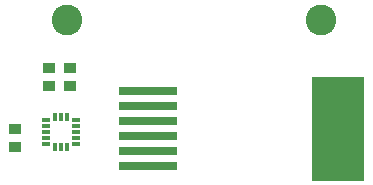
<source format=gts>
G04 (created by PCBNEW (2013-07-07 BZR 4022)-stable) date 8/8/2014 4:48:50 PM*
%MOIN*%
G04 Gerber Fmt 3.4, Leading zero omitted, Abs format*
%FSLAX34Y34*%
G01*
G70*
G90*
G04 APERTURE LIST*
%ADD10C,0.00590551*%
%ADD11R,0.0314961X0.011811*%
%ADD12R,0.011811X0.0314961*%
%ADD13C,0.102362*%
%ADD14R,0.19685X0.0299213*%
%ADD15R,0.177165X0.346457*%
%ADD16R,0.0394X0.0354*%
G04 APERTURE END LIST*
G54D10*
G54D11*
X54625Y-42716D03*
X54625Y-42519D03*
X55629Y-42519D03*
X54625Y-42911D03*
X54625Y-43110D03*
X54625Y-43307D03*
G54D12*
X54931Y-43415D03*
X55114Y-43415D03*
X55324Y-43415D03*
G54D11*
X55629Y-43307D03*
X55629Y-43110D03*
X55629Y-42911D03*
X55629Y-42716D03*
G54D12*
X55324Y-42411D03*
X55122Y-42411D03*
X54931Y-42411D03*
G54D13*
X63779Y-39173D03*
X55314Y-39173D03*
G54D14*
X58031Y-41545D03*
X58031Y-42545D03*
X58031Y-43545D03*
X58031Y-43045D03*
X58031Y-44045D03*
X58031Y-42045D03*
G54D15*
X64350Y-42795D03*
G54D16*
X53582Y-43406D03*
X53582Y-42814D03*
X55433Y-41358D03*
X55433Y-40766D03*
X54724Y-41358D03*
X54724Y-40766D03*
M02*

</source>
